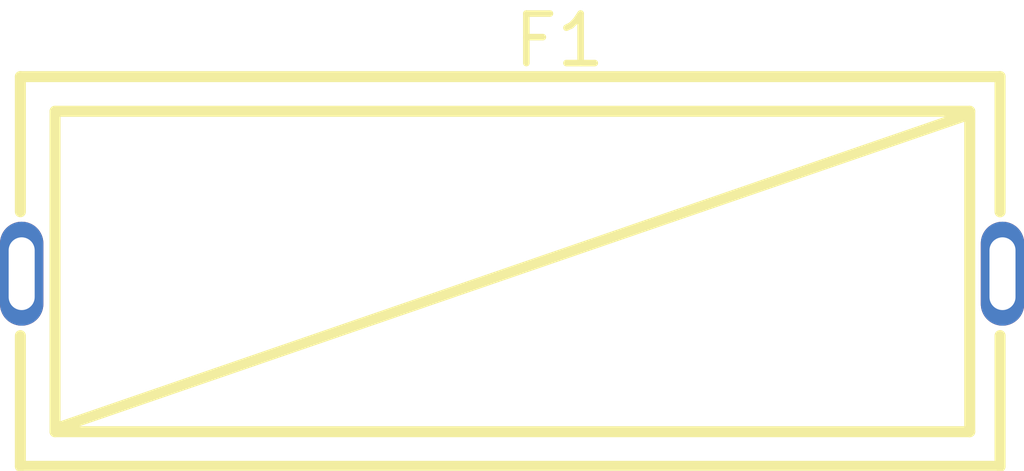
<source format=kicad_pcb>
(kicad_pcb (version 20211014) (generator pcbnew)
  (layers (0 "F.Cu" signal) (31 "B.Cu" signal) (34 "B.Paste" user) (35 "F.Paste" user) (36 "B.SilkS" user "B.Silkscreen") (37 "F.SilkS" user "F.Silkscreen") (38 "B.Mask" user) (39 "F.Mask" user) (44 "Edge.Cuts" user))
  (net 0 "")
  (footprint "easyeda:FUSE-TH_L22.6-W9.0" (layer "F.Cu") (at 12.7 12.7)
    (fp_text reference "F1" (at -0.043 -5.385) (layer "F.SilkS") (effects (font (size 1.143 1.143) (thickness 0.152)) (justify left)))
    (fp_text value "FUSE-TH_L22.6-W9.0" hide)
    (fp_line (start -10.543 -3.751) (end 10.557 -3.751) (layer "F.SilkS") (width 0.254))
    (fp_line (start 11.257 4.449) (end -11.343 4.449) (layer "F.SilkS") (width 0.254))
    (fp_line (start 10.457 -3.651) (end -10.443 3.549) (layer "F.SilkS") (width 0.254))
    (fp_line (start 10.557 -3.751) (end 10.557 3.649) (layer "F.SilkS") (width 0.254))
    (fp_line (start -10.543 3.649) (end -10.543 -3.751) (layer "F.SilkS") (width 0.254))
    (fp_line (start -11.343 -4.551) (end -11.343 -1.431) (layer "F.SilkS") (width 0.254))
    (fp_line (start 11.257 4.449) (end 11.257 1.429) (layer "F.SilkS") (width 0.254))
    (fp_line (start -11.343 -4.551) (end 11.257 -4.551) (layer "F.SilkS") (width 0.254))
    (fp_line (start 10.557 3.649) (end -10.543 3.649) (layer "F.SilkS") (width 0.254))
    (fp_line (start 11.257 -1.429) (end 11.257 -4.551) (layer "F.SilkS") (width 0.254))
    (fp_line (start -11.343 1.431) (end -11.343 4.449) (layer "F.SilkS") (width 0.254))
    (pad "1" thru_hole oval (at -11.313 0) (size 1 2.4) (drill oval 0.6 1.68) (layers *.Cu *.Paste *.Mask))
    (pad "2" thru_hole oval (at 11.313 0) (size 1 2.4) (drill oval 0.6 1.68) (layers *.Cu *.Paste *.Mask))
  )
)
</source>
